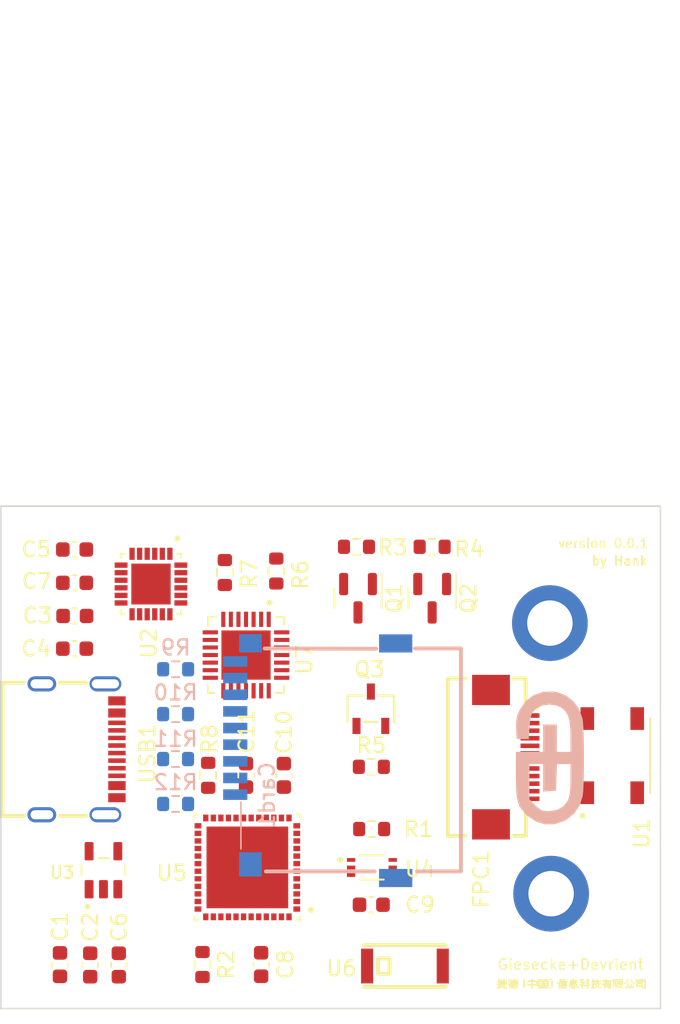
<source format=kicad_pcb>
(kicad_pcb (version 20211014) (generator pcbnew)
  (layers (0 "F.Cu" signal) (31 "B.Cu" signal) (34 "B.Paste" user) (35 "F.Paste" user) (36 "B.SilkS" user "B.Silkscreen") (37 "F.SilkS" user "F.Silkscreen") (38 "B.Mask" user) (39 "F.Mask" user) (44 "Edge.Cuts" user))
  (net 0 "")
  (net 2 "/EN")
  (net 3 "Net-(Q1-Pad2)")
  (net 4 "/RTS")
  (net 5 "/DTR")
  (net 6 "Net-(Q2-Pad2)")
  (net 7 "/GPIO0")
  (net 8 "+5V")
  (net 9 "GND")
  (net 10 "/USB-PWR-DM")
  (net 11 "/USB-PWR-DP")
  (net 12 "/CP_Rx")
  (net 13 "+3V3")
  (net 14 "/3V3A")
  (net 15 "Net-(U2-Pad19)")
  (net 21 "/GPIO25")
  (net 22 "Net-(C5-Pad1)")
  (net 23 "Net-(FPC1-Pad3)")
  (net 24 "/GPIO2{slash}DC")
  (net 25 "/GPIO12")
  (net 26 "/GPIO18{slash}SCK")
  (net 27 "/GPIO26{slash}SD_MISO")
  (net 28 "/GPIO4{slash}RES")
  (net 29 "/FLASH_CS")
  (net 30 "/FLASH_SD0")
  (net 31 "/GPIO9")
  (net 32 "/GPIO10")
  (net 33 "/FLASH_SD2")
  (net 34 "/FLASH_CLK")
  (net 35 "/FLASH_SD3")
  (net 36 "/FLASH_SD1")
  (net 37 "/GPIO15{slash}SD_CS")
  (net 38 "/GPIO13{slash}SD_MOSI")
  (net 39 "/GPIO14{slash}SD_CLK")
  (net 40 "/GPIO19")
  (net 41 "/GPIO22")
  (net 42 "/CP_Tx")
  (net 43 "/GPIO21")
  (net 44 "/GPIO5{slash}LCD_BL")
  (net 45 "Net-(C4-Pad1)")
  (net 46 "Net-(R7-Pad2)")
  (net 47 "Net-(C1-Pad1)")
  (net 48 "/GPIO27{slash}RGB_LED")
  (net 49 "/GPIO33{slash}MPU_SCL{slash}BH_SCL")
  (net 51 "/GPIO32{slash}MPU_SDA{slash}BH_SDA")
  (net 52 "Net-(R6-Pad2)")
  (net 53 "Net-(R1-Pad1)")
  (net 54 "Net-(U5-Pad2)")
  (net 60 "/GPIO23{slash}MOSI")
  (net 81 "Net-(Q3-Pad1)")
  (footprint "Resistor_SMD:R_0603_1608Metric" (layer "F.Cu") (at 127.9 83.4)
    (fp_text reference "R3" (at 2.4 0.05) (layer "F.SilkS"))
    (fp_text value "12k")
    (fp_line (start -0.237258 0.5225) (end 0.237258 0.5225) (layer "F.SilkS") (width 0.12))
    (fp_line (start -0.237258 -0.5225) (end 0.237258 -0.5225) (layer "F.SilkS") (width 0.12))
    (pad "1" smd roundrect (at -0.825 0) (size 0.8 0.95) (layers "F.Cu" "F.Paste" "F.Mask") (net 3 "Net-(Q1-Pad2)"))
    (pad "2" smd roundrect (at 0.825 0) (size 0.8 0.95) (layers "F.Cu" "F.Paste" "F.Mask") (net 5 "/DTR"))
  )
  (footprint "BH1750FVI-TR:XDCR_BH1750FVI-TR" (layer "F.Cu") (at 128.91875 104.589)
    (fp_text reference "U4" (at 3.18125 0.104) (layer "F.SilkS") (effects (font (size 1.001283 1.001283))))
    (fp_text value "BH1750FVI-TR")
    (fp_line (start -0.78 0.8) (end 0.78 0.8) (layer "F.SilkS") (width 0.127))
    (fp_line (start 0.78 -0.8) (end -0.78 -0.8) (layer "F.SilkS") (width 0.127))
    (fp_circle (center -2.1 -0.5) (end -2 -0.5) (layer "F.SilkS") (width 0.2) (fill none))
    (pad "1" smd rect locked (at -1.375 -0.5) (size 0.55 0.25) (layers "F.Cu" "F.Paste" "F.Mask") (net 13 "+3V3"))
    (pad "2" smd rect locked (at -1.375 0) (size 0.55 0.25) (layers "F.Cu" "F.Paste" "F.Mask") (net 9 "GND"))
    (pad "3" smd rect locked (at -1.375 0.5) (size 0.55 0.25) (layers "F.Cu" "F.Paste" "F.Mask") (net 9 "GND"))
    (pad "4" smd rect locked (at 1.375 0.5) (size 0.55 0.25) (layers "F.Cu" "F.Paste" "F.Mask") (net 51 "/GPIO32{slash}MPU_SDA{slash}BH_SDA"))
    (pad "5" smd rect locked (at 1.375 0) (size 0.55 0.25) (layers "F.Cu" "F.Paste" "F.Mask") (net 53 "Net-(R1-Pad1)"))
    (pad "6" smd rect locked (at 1.375 -0.5) (size 0.55 0.25) (layers "F.Cu" "F.Paste" "F.Mask") (net 49 "/GPIO33{slash}MPU_SCL{slash}BH_SCL"))
  )
  (footprint "Capacitor_SMD:C_0603_1608Metric" (layer "F.Cu") (at 121.6 111 90)
    (fp_text reference "C8" (at 0 1.6 90) (layer "F.SilkS"))
    (fp_text value "0.1uF")
    (fp_line (start -0.14058 -0.51) (end 0.14058 -0.51) (layer "F.SilkS") (width 0.12))
    (fp_line (start -0.14058 0.51) (end 0.14058 0.51) (layer "F.SilkS") (width 0.12))
    (pad "1" smd roundrect (at -0.775 0 90) (size 0.9 0.95) (layers "F.Cu" "F.Paste" "F.Mask") (net 2 "/EN"))
    (pad "2" smd roundrect (at 0.775 0 90) (size 0.9 0.95) (layers "F.Cu" "F.Paste" "F.Mask") (net 9 "GND"))
  )
  (footprint "Capacitor_SMD:C_0603_1608Metric" (layer "F.Cu") (at 108.305 111.0075 -90)
    (fp_text reference "C1" (at -2.5 0 90) (layer "F.SilkS"))
    (fp_text value "10nF")
    (fp_line (start -0.14058 0.51) (end 0.14058 0.51) (layer "F.SilkS") (width 0.12))
    (fp_line (start -0.14058 -0.51) (end 0.14058 -0.51) (layer "F.SilkS") (width 0.12))
    (pad "1" smd roundrect (at -0.775 0 270) (size 0.9 0.95) (layers "F.Cu" "F.Paste" "F.Mask") (net 47 "Net-(C1-Pad1)"))
    (pad "2" smd roundrect (at 0.775 0 270) (size 0.9 0.95) (layers "F.Cu" "F.Paste" "F.Mask") (net 9 "GND"))
  )
  (footprint "Resistor_SMD:R_0603_1608Metric" (layer "F.Cu") (at 122.6 85 -90)
    (fp_text reference "R6" (at 0.25 -1.6 90) (layer "F.SilkS"))
    (fp_text value "200R")
    (fp_line (start -0.237258 0.5225) (end 0.237258 0.5225) (layer "F.SilkS") (width 0.12))
    (fp_line (start -0.237258 -0.5225) (end 0.237258 -0.5225) (layer "F.SilkS") (width 0.12))
    (pad "1" smd roundrect (at -0.825 0 270) (size 0.8 0.95) (layers "F.Cu" "F.Paste" "F.Mask") (net 42 "/CP_Tx"))
    (pad "2" smd roundrect (at 0.825 0 270) (size 0.8 0.95) (layers "F.Cu" "F.Paste" "F.Mask") (net 52 "Net-(R6-Pad2)"))
  )
  (footprint "kicad_lceda:ANT-SMD_L5.0-W2.0" (layer "F.Cu") (at 131.1 111.1)
    (fp_text reference "U6" (at -5.29 0.16 180) (layer "F.SilkS") (effects (justify left)))
    (fp_text value "AN2051-245_2.4G全向天线")
    (fp_line (start -1.016 0.508) (end -1.016 -0.32) (layer "F.SilkS") (width 0.254))
    (fp_line (start -2.7 -1.38) (end 2.7 -1.38) (layer "F.SilkS") (width 0.254))
    (fp_line (start -2.7 1.38) (end 2.7 1.38) (layer "F.SilkS") (width 0.254))
    (fp_line (start -1.778 0.508) (end -1.016 0.508) (layer "F.SilkS") (width 0.254))
    (fp_line (start -1.016 -0.32) (end -1.016 -0.508) (layer "F.SilkS") (width 0.254))
    (fp_line (start -1.016 -0.508) (end -1.778 -0.508) (layer "F.SilkS") (width 0.254))
    (fp_line (start -1.778 -0.508) (end -1.778 0.508) (layer "F.SilkS") (width 0.254))
    (pad "1" smd rect locked (at -2.5 0) (size 0.8 2.3) (layers "F.Cu" "F.Paste" "F.Mask") (net 54 "Net-(U5-Pad2)"))
    (pad "2" smd rect locked (at 2.5 0) (size 0.8 2.3) (layers "F.Cu" "F.Paste" "F.Mask"))
  )
  (footprint "Resistor_SMD:R_0603_1608Metric" (layer "F.Cu") (at 128.9 102.05 180)
    (fp_text reference "R1" (at -3.1 0) (layer "F.SilkS"))
    (fp_text value "10k")
    (fp_line (start -0.237258 -0.5225) (end 0.237258 -0.5225) (layer "F.SilkS") (width 0.12))
    (fp_line (start -0.237258 0.5225) (end 0.237258 0.5225) (layer "F.SilkS") (width 0.12))
    (pad "1" smd roundrect (at -0.825 0 180) (size 0.8 0.95) (layers "F.Cu" "F.Paste" "F.Mask") (net 53 "Net-(R1-Pad1)"))
    (pad "2" smd roundrect (at 0.825 0 180) (size 0.8 0.95) (layers "F.Cu" "F.Paste" "F.Mask") (net 13 "+3V3"))
  )
  (footprint "Package_TO_SOT_SMD:SOT-23" (layer "F.Cu") (at 132.9 86.8 -90)
    (fp_text reference "Q2" (at 0 -2.4 90) (layer "F.SilkS"))
    (fp_text value "S8050")
    (fp_line (start 0 -1.56) (end -1.675 -1.56) (layer "F.SilkS") (width 0.12))
    (fp_line (start 0 -1.56) (end 0.65 -1.56) (layer "F.SilkS") (width 0.12))
    (fp_line (start 0 1.56) (end 0.65 1.56) (layer "F.SilkS") (width 0.12))
    (fp_line (start 0 1.56) (end -0.65 1.56) (layer "F.SilkS") (width 0.12))
    (pad "1" smd roundrect (at -0.9375 -0.95 270) (size 1.475 0.6) (layers "F.Cu" "F.Paste" "F.Mask") (net 5 "/DTR"))
    (pad "2" smd roundrect (at -0.9375 0.95 270) (size 1.475 0.6) (layers "F.Cu" "F.Paste" "F.Mask") (net 6 "Net-(Q2-Pad2)"))
    (pad "3" smd roundrect (at 0.9375 0 270) (size 1.475 0.6) (layers "F.Cu" "F.Paste" "F.Mask") (net 7 "/GPIO0"))
  )
  (footprint "Resistor_SMD:R_0603_1608Metric" (layer "F.Cu") (at 132.9 83.4)
    (fp_text reference "R4" (at 2.45 0.15) (layer "F.SilkS"))
    (fp_text value "12k")
    (fp_line (start -0.237258 0.5225) (end 0.237258 0.5225) (layer "F.SilkS") (width 0.12))
    (fp_line (start -0.237258 -0.5225) (end 0.237258 -0.5225) (layer "F.SilkS") (width 0.12))
    (pad "1" smd roundrect (at -0.825 0) (size 0.8 0.95) (layers "F.Cu" "F.Paste" "F.Mask") (net 6 "Net-(Q2-Pad2)"))
    (pad "2" smd roundrect (at 0.825 0) (size 0.8 0.95) (layers "F.Cu" "F.Paste" "F.Mask") (net 4 "/RTS"))
  )
  (footprint "kicad_lceda:SOT-23-3_L2.9-W1.6-P1.90-LS2.9-BL" (layer "F.Cu") (at 128.85 94.1)
    (fp_text reference "Q3" (at -1.19 -2.59) (layer "F.SilkS") (effects (justify left)))
    (fp_text value "AO3415AL")
    (fp_line (start 1.536 -0.876) (end 0.495 -0.876) (layer "F.SilkS") (width 0.152))
    (fp_line (start 1.536 0.876) (end 1.536 -0.876) (layer "F.SilkS") (width 0.152))
    (fp_line (start 0.455 0.876) (end -0.455 0.876) (layer "F.SilkS") (width 0.152))
    (fp_line (start -1.536 -0.876) (end -0.495 -0.876) (layer "F.SilkS") (width 0.152))
    (fp_line (start -1.536 0.876) (end -1.536 -0.876) (layer "F.SilkS") (width 0.152))
    (pad "1" smd rect locked (at -0.95 1.135 270) (size 1.07 0.532) (layers "F.Cu" "F.Paste" "F.Mask") (net 81 "Net-(Q3-Pad1)"))
    (pad "2" smd rect locked (at 0.95 1.135 270) (size 1.07 0.532) (layers "F.Cu" "F.Paste" "F.Mask") (net 13 "+3V3"))
    (pad "3" smd rect locked (at 0 -1.135 270) (size 1.07 0.532) (layers "F.Cu" "F.Paste" "F.Mask") (net 23 "Net-(FPC1-Pad3)"))
  )
  (footprint "Capacitor_SMD:C_0603_1608Metric" (layer "F.Cu") (at 109.27 83.58)
    (fp_text reference "C5" (at -2.5375 0) (layer "F.SilkS"))
    (fp_text value "2.2nF")
    (fp_line (start -0.14058 -0.51) (end 0.14058 -0.51) (layer "F.SilkS") (width 0.12))
    (fp_line (start -0.14058 0.51) (end 0.14058 0.51) (layer "F.SilkS") (width 0.12))
    (pad "1" smd roundrect (at -0.775 0) (size 0.9 0.95) (layers "F.Cu" "F.Paste" "F.Mask") (net 22 "Net-(C5-Pad1)"))
    (pad "2" smd roundrect (at 0.775 0) (size 0.9 0.95) (layers "F.Cu" "F.Paste" "F.Mask") (net 9 "GND"))
  )
  (footprint "ESP32-PICO-D4:PQFN50P700X700X104-49N" (layer "F.Cu") (at 120.69 104.585 180)
    (fp_text reference "U5" (at 4.99 -0.365) (layer "F.SilkS"))
    (fp_text value "ESP32-PICO-D4")
    (fp_line (start 3.5 3.5) (end 3.245 3.5) (layer "F.SilkS") (width 0.127))
    (fp_line (start -3.5 -3.5) (end -3.245 -3.5) (layer "F.SilkS") (width 0.127))
    (fp_line (start -3.5 3.5) (end -3.245 3.5) (layer "F.SilkS") (width 0.127))
    (fp_line (start 3.5 -3.5) (end 3.245 -3.5) (layer "F.SilkS") (width 0.127))
    (fp_line (start -3.5 -3.245) (end -3.5 -3.5) (layer "F.SilkS") (width 0.127))
    (fp_line (start -3.5 3.245) (end -3.5 3.5) (layer "F.SilkS") (width 0.127))
    (fp_line (start 3.5 -3.245) (end 3.5 -3.5) (layer "F.SilkS") (width 0.127))
    (fp_line (start 3.5 3.245) (end 3.5 3.5) (layer "F.SilkS") (width 0.127))
    (fp_circle (center -4.2 -2.8) (end -4.1 -2.8) (layer "F.SilkS") (width 0.2) (fill none))
    (pad "1" smd roundrect locked (at -3.265 -2.75) (size 0.45 0.35) (layers "F.Cu" "F.Paste" "F.Mask") (roundrect_rratio 0.04) (net 14 "/3V3A"))
    (pad "2" smd roundrect locked (at -3.265 -2.25) (size 0.45 0.35) (layers "F.Cu" "F.Paste" "F.Mask") (roundrect_rratio 0.04) (net 54 "Net-(U5-Pad2)"))
    (pad "3" smd roundrect locked (at -3.265 -1.75) (size 0.45 0.35) (layers "F.Cu" "F.Paste" "F.Mask") (roundrect_rratio 0.04) (net 14 "/3V3A"))
    (pad "4" smd roundrect locked (at -3.265 -1.25) (size 0.45 0.35) (layers "F.Cu" "F.Paste" "F.Mask") (roundrect_rratio 0.04) (net 14 "/3V3A"))
    (pad "5" smd roundrect locked (at -3.265 -0.75) (size 0.45 0.35) (layers "F.Cu" "F.Paste" "F.Mask") (roundrect_rratio 0.04))
    (pad "6" smd roundrect locked (at -3.265 -0.25) (size 0.45 0.35) (layers "F.Cu" "F.Paste" "F.Mask") (roundrect_rratio 0.04))
    (pad "7" smd roundrect locked (at -3.265 0.25) (size 0.45 0.35) (layers "F.Cu" "F.Paste" "F.Mask") (roundrect_rratio 0.04))
    (pad "8" smd roundrect locked (at -3.265 0.75) (size 0.45 0.35) (layers "F.Cu" "F.Paste" "F.Mask") (roundrect_rratio 0.04))
    (pad "9" smd roundrect locked (at -3.265 1.25) (size 0.45 0.35) (layers "F.Cu" "F.Paste" "F.Mask") (roundrect_rratio 0.04) (net 2 "/EN"))
    (pad "10" smd roundrect locked (at -3.265 1.75) (size 0.45 0.35) (layers "F.Cu" "F.Paste" "F.Mask") (roundrect_rratio 0.04))
    (pad "11" smd roundrect locked (at -3.265 2.25) (size 0.45 0.35) (layers "F.Cu" "F.Paste" "F.Mask") (roundrect_rratio 0.04))
    (pad "12" smd roundrect locked (at -3.265 2.75) (size 0.45 0.35) (layers "F.Cu" "F.Paste" "F.Mask") (roundrect_rratio 0.04) (net 51 "/GPIO32{slash}MPU_SDA{slash}BH_SDA"))
    (pad "13" smd roundrect locked (at -2.75 3.265 90) (size 0.45 0.35) (layers "F.Cu" "F.Paste" "F.Mask") (roundrect_rratio 0.04) (net 49 "/GPIO33{slash}MPU_SCL{slash}BH_SCL"))
    (pad "14" smd roundrect locked (at -2.25 3.265 90) (size 0.45 0.35) (layers "F.Cu" "F.Paste" "F.Mask") (roundrect_rratio 0.04) (net 21 "/GPIO25"))
    (pad "15" smd roundrect locked (at -1.75 3.265 90) (size 0.45 0.35) (layers "F.Cu" "F.Paste" "F.Mask") (roundrect_rratio 0.04) (net 27 "/GPIO26{slash}SD_MISO"))
    (pad "16" smd roundrect locked (at -1.25 3.265 90) (size 0.45 0.35) (layers "F.Cu" "F.Paste" "F.Mask") (roundrect_rratio 0.04) (net 48 "/GPIO27{slash}RGB_LED"))
    (pad "17" smd roundrect locked (at -0.75 3.265 90) (size 0.45 0.35) (layers "F.Cu" "F.Paste" "F.Mask") (roundrect_rratio 0.04) (net 39 "/GPIO14{slash}SD_CLK"))
    (pad "18" smd roundrect locked (at -0.25 3.265 90) (size 0.45 0.35) (layers "F.Cu" "F.Paste" "F.Mask") (roundrect_rratio 0.04) (net 25 "/GPIO12"))
    (pad "19" smd roundrect locked (at 0.25 3.265 90) (size 0.45 0.35) (layers "F.Cu" "F.Paste" "F.Mask") (roundrect_rratio 0.04) (net 14 "/3V3A"))
    (pad "20" smd roundrect locked (at 0.75 3.265 90) (size 0.45 0.35) (layers "F.Cu" "F.Paste" "F.Mask") (roundrect_rratio 0.04) (net 38 "/GPIO13{slash}SD_MOSI"))
    (pad "21" smd roundrect locked (at 1.25 3.265 90) (size 0.45 0.35) (layers "F.Cu" "F.Paste" "F.Mask") (roundrect_rratio 0.04) (net 37 "/GPIO15{slash}SD_CS"))
    (pad "22" smd roundrect locked (at 1.75 3.265 90) (size 0.45 0.35) (layers "F.Cu" "F.Paste" "F.Mask") (roundrect_rratio 0.04) (net 24 "/GPIO2{slash}DC"))
    (pad "23" smd roundrect locked (at 2.25 3.265 90) (size 0.45 0.35) (layers "F.Cu" "F.Paste" "F.Mask") (roundrect_rratio 0.04) (net 7 "/GPIO0"))
    (pad "24" smd roundrect locked (at 2.75 3.265 90) (size 0.45 0.35) (layers "F.Cu" "F.Paste" "F.Mask") (roundrect_rratio 0.04) (net 28 "/GPIO4{slash}RES"))
    (pad "25" smd roundrect locked (at 3.265 2.75 180) (size 0.45 0.35) (layers "F.Cu" "F.Paste" "F.Mask") (roundrect_rratio 0.04) (net 29 "/FLASH_CS"))
    (pad "26" smd roundrect locked (at 3.265 2.25 180) (size 0.45 0.35) (layers "F.Cu" "F.Paste" "F.Mask") (roundrect_rratio 0.04))
    (pad "27" smd roundrect locked (at 3.265 1.75 180) (size 0.45 0.35) (layers "F.Cu" "F.Paste" "F.Mask") (roundrect_rratio 0.04) (net 30 "/FLASH_SD0"))
    (pad "28" smd roundrect locked (at 3.265 1.25 180) (size 0.45 0.35) (layers "F.Cu" "F.Paste" "F.Mask") (roundrect_rratio 0.04) (net 31 "/GPIO9"))
    (pad "29" smd roundrect locked (at 3.265 0.75 180) (size 0.45 0.35) (layers "F.Cu" "F.Paste" "F.Mask") (roundrect_rratio 0.04) (net 32 "/GPIO10"))
    (pad "30" smd roundrect locked (at 3.265 0.25 180) (size 0.45 0.35) (layers "F.Cu" "F.Paste" "F.Mask") (roundrect_rratio 0.04) (net 33 "/FLASH_SD2"))
    (pad "31" smd roundrect locked (at 3.265 -0.25 180) (size 0.45 0.35) (layers "F.Cu" "F.Paste" "F.Mask") (roundrect_rratio 0.04) (net 34 "/FLASH_CLK"))
    (pad "32" smd roundrect locked (at 3.265 -0.75 180) (size 0.45 0.35) (layers "F.Cu" "F.Paste" "F.Mask") (roundrect_rratio 0.04) (net 35 "/FLASH_SD3"))
    (pad "33" smd roundrect locked (at 3.265 -1.25 180) (size 0.45 0.35) (layers "F.Cu" "F.Paste" "F.Mask") (roundrect_rratio 0.04) (net 36 "/FLASH_SD1"))
    (pad "34" smd roundrect locked (at 3.265 -1.75 180) (size 0.45 0.35) (layers "F.Cu" "F.Paste" "F.Mask") (roundrect_rratio 0.04) (net 44 "/GPIO5{slash}LCD_BL"))
    (pad "35" smd roundrect locked (at 3.265 -2.25 180) (size 0.45 0.35) (layers "F.Cu" "F.Paste" "F.Mask") (roundrect_rratio 0.04) (net 26 "/GPIO18{slash}SCK"))
    (pad "36" smd roundrect locked (at 3.265 -2.75 180) (size 0.45 0.35) (layers "F.Cu" "F.Paste" "F.Mask") (roundrect_rratio 0.04) (net 60 "/GPIO23{slash}MOSI"))
    (pad "37" smd roundrect locked (at 2.75 -3.265 270) (size 0.45 0.35) (layers "F.Cu" "F.Paste" "F.Mask") (roundrect_rratio 0.04) (net 14 "/3V3A"))
    (pad "38" smd roundrect locked (at 2.25 -3.265 270) (size 0.45 0.35) (layers "F.Cu" "F.Paste" "F.Mask") (roundrect_rratio 0.04) (net 40 "/GPIO19"))
    (pad "39" smd roundrect locked (at 1.75 -3.265 270) (size 0.45 0.35) (layers "F.Cu" "F.Paste" "F.Mask") (roundrect_rratio 0.04) (net 41 "/GPIO22"))
    (pad "40" smd roundrect locked (at 1.25 -3.265 270) (size 0.45 0.35) (layers "F.Cu" "F.Paste" "F.Mask") (roundrect_rratio 0.04) (net 42 "/CP_Tx"))
    (pad "41" smd roundrect locked (at 0.75 -3.265 270) (size 0.45 0.35) (layers "F.Cu" "F.Paste" "F.Mask") (roundrect_rratio 0.04) (net 12 "/CP_Rx"))
    (pad "42" smd roundrect locked (at 0.25 -3.265 270) (size 0.45 0.35) (layers "F.Cu" "F.Paste" "F.Mask") (roundrect_rratio 0.04) (net 43 "/GPIO21"))
    (pad "43" smd roundrect locked (at -0.25 -3.265 270) (size 0.45 0.35) (layers "F.Cu" "F.Paste" "F.Mask") (roundrect_rratio 0.04) (net 14 "/3V3A"))
    (pad "44" smd roundrect locked (at -0.75 -3.265 270) (size 0.45 0.35) (layers "F.Cu" "F.Paste" "F.Mask") (roundrect_rratio 0.04))
    (pad "45" smd roundrect locked (at -1.25 -3.265 270) (size 0.45 0.35) (layers "F.Cu" "F.Paste" "F.Mask") (roundrect_rratio 0.04))
    (pad "46" smd roundrect locked (at -1.75 -3.265 270) (size 0.45 0.35) (layers "F.Cu" "F.Paste" "F.Mask") (roundrect_rratio 0.04) (net 14 "/3V3A"))
    (pad "47" smd roundrect locked (at -2.25 -3.265 270) (size 0.45 0.35) (layers "F.Cu" "F.Paste" "F.Mask") (roundrect_rratio 0.04))
    (pad "48" smd roundrect locked (at -2.75 -3.265 270) (size 0.45 0.35) (layers "F.Cu" "F.Paste" "F.Mask") (roundrect_rratio 0.04))
    (pad "49" smd rect locked (at 0 0 180) (size 5.4 5.4) (layers "F.Cu" "F.Mask") (net 9 "GND"))
  )
  (footprint "Capacitor_SMD:C_0603_1608Metric" (layer "F.Cu") (at 128.875 107.05 180)
    (fp_text reference "C9" (at -3.225 0) (layer "F.SilkS"))
    (fp_text value "0.1uF")
    (fp_line (start -0.14058 0.51) (end 0.14058 0.51) (layer "F.SilkS") (width 0.12))
    (fp_line (start -0.14058 -0.51) (end 0.14058 -0.51) (layer "F.SilkS") (width 0.12))
    (pad "1" smd roundrect (at -0.775 0 180) (size 0.9 0.95) (layers "F.Cu" "F.Paste" "F.Mask") (net 13 "+3V3"))
    (pad "2" smd roundrect (at 0.775 0 180) (size 0.9 0.95) (layers "F.Cu" "F.Paste" "F.Mask") (net 9 "GND"))
  )
  (footprint "Capacitor_SMD:C_0603_1608Metric" (layer "F.Cu") (at 110.305 111.03 90)
    (fp_text reference "C2" (at 2.5 0 90) (layer "F.SilkS"))
    (fp_text value "0.1uF")
    (fp_line (start -0.14058 0.51) (end 0.14058 0.51) (layer "F.SilkS") (width 0.12))
    (fp_line (start -0.14058 -0.51) (end 0.14058 -0.51) (layer "F.SilkS") (width 0.12))
    (pad "1" smd roundrect (at -0.775 0 90) (size 0.9 0.95) (layers "F.Cu" "F.Paste" "F.Mask") (net 9 "GND"))
    (pad "2" smd roundrect (at 0.775 0 90) (size 0.9 0.95) (layers "F.Cu" "F.Paste" "F.Mask") (net 13 "+3V3"))
  )
  (footprint "Resistor_SMD:R_0603_1608Metric" (layer "F.Cu") (at 128.88125 97.937)
    (fp_text reference "R5" (at 0 -1.43) (layer "F.SilkS"))
    (fp_text value "1k")
    (fp_line (start -0.237258 -0.5225) (end 0.237258 -0.5225) (layer "F.SilkS") (width 0.12))
    (fp_line (start -0.237258 0.5225) (end 0.237258 0.5225) (layer "F.SilkS") (width 0.12))
    (pad "1" smd roundrect (at -0.825 0) (size 0.8 0.95) (layers "F.Cu" "F.Paste" "F.Mask") (net 81 "Net-(Q3-Pad1)"))
    (pad "2" smd roundrect (at 0.825 0) (size 0.8 0.95) (layers "F.Cu" "F.Paste" "F.Mask") (net 44 "/GPIO5{slash}LCD_BL"))
  )
  (footprint "Capacitor_SMD:C_0603_1608Metric" (layer "F.Cu") (at 109.289167 87.969334)
    (fp_text reference "C3" (at -2.47 -0.024) (layer "F.SilkS"))
    (fp_text value "0.1uF")
    (fp_line (start -0.14058 -0.51) (end 0.14058 -0.51) (layer "F.SilkS") (width 0.12))
    (fp_line (start -0.14058 0.51) (end 0.14058 0.51) (layer "F.SilkS") (width 0.12))
    (pad "1" smd roundrect (at -0.775 0) (size 0.9 0.95) (layers "F.Cu" "F.Paste" "F.Mask") (net 13 "+3V3"))
    (pad "2" smd roundrect (at 0.775 0) (size 0.9 0.95) (layers "F.Cu" "F.Paste" "F.Mask") (net 9 "GND"))
  )
  (footprint "Capacitor_SMD:C_0603_1608Metric" (layer "F.Cu") (at 109.27 85.78)
    (fp_text reference "C7" (at -2.5035 -0.11) (layer "F.SilkS"))
    (fp_text value "10nF")
    (fp_line (start -0.14058 0.51) (end 0.14058 0.51) (layer "F.SilkS") (width 0.12))
    (fp_line (start -0.14058 -0.51) (end 0.14058 -0.51) (layer "F.SilkS") (width 0.12))
    (pad "1" smd roundrect (at -0.775 0) (size 0.9 0.95) (layers "F.Cu" "F.Paste" "F.Mask") (net 13 "+3V3"))
    (pad "2" smd roundrect (at 0.775 0) (size 0.9 0.95) (layers "F.Cu" "F.Paste" "F.Mask") (net 9 "GND"))
  )
  (footprint "Capacitor_SMD:C_0603_1608Metric" (layer "F.Cu") (at 112.195 111.03 90)
    (fp_text reference "C6" (at 2.5 0.01 90) (layer "F.SilkS"))
    (fp_text value "10uF")
    (fp_line (start -0.14058 -0.51) (end 0.14058 -0.51) (layer "F.SilkS") (width 0.12))
    (fp_line (start -0.14058 0.51) (end 0.14058 0.51) (layer "F.SilkS") (width 0.12))
    (pad "1" smd roundrect (at -0.775 0 90) (size 0.9 0.95) (layers "F.Cu" "F.Paste" "F.Mask") (net 9 "GND"))
    (pad "2" smd roundrect (at 0.775 0 90) (size 0.9 0.95) (layers "F.Cu" "F.Paste" "F.Mask") (net 13 "+3V3"))
  )
  (footprint "Resistor_SMD:R_0603_1608Metric" (layer "F.Cu") (at 118.1 98.5 90)
    (fp_text reference "R8" (at 2.4 0.1 90) (layer "F.SilkS"))
    (fp_text value "0")
    (fp_line (start -0.237258 0.5225) (end 0.237258 0.5225) (layer "F.SilkS") (width 0.12))
    (fp_line (start -0.237258 -0.5225) (end 0.237258 -0.5225) (layer "F.SilkS") (width 0.12))
    (pad "1" smd roundrect (at -0.825 0 90) (size 0.8 0.95) (layers "F.Cu" "F.Paste" "F.Mask") (net 13 "+3V3"))
    (pad "2" smd roundrect (at 0.825 0 90) (size 0.8 0.95) (layers "F.Cu" "F.Paste" "F.Mask") (net 14 "/3V3A"))
  )
  (footprint "WS2812B-B:LED_WS2812B-B" (layer "F.Cu") (at 144.8 97.2 90)
    (fp_text reference "U1" (at -5.15 1.95 90) (layer "F.SilkS"))
    (fp_text value "WS2812B-B")
    (fp_line (start 2.5 -2.5) (end -2.5 -2.5) (layer "F.SilkS") (width 0.127))
    (fp_line (start 2.5 2.5) (end -2.5 2.5) (layer "F.SilkS") (width 0.127))
    (fp_circle (center -3.97 -1.95) (end -3.87 -1.95) (layer "F.SilkS") (width 0.2) (fill none))
    (pad "1" smd rect locked (at -2.45 -1.65 90) (size 1.5 0.9) (layers "F.Cu" "F.Paste" "F.Mask") (net 8 "+5V"))
    (pad "2" smd rect locked (at -2.45 1.65 90) (size 1.5 0.9) (layers "F.Cu" "F.Paste" "F.Mask"))
    (pad "3" smd rect locked (at 2.45 1.65 270) (size 1.5 0.9) (layers "F.Cu" "F.Paste" "F.Mask") (net 9 "GND"))
    (pad "4" smd rect locked (at 2.45 -1.65 270) (size 1.5 0.9) (layers "F.Cu" "F.Paste" "F.Mask") (net 48 "/GPIO27{slash}RGB_LED"))
  )
  (footprint "Package_TO_SOT_SMD:SOT-23" (layer "F.Cu") (at 128 86.8 -90)
    (fp_text reference "Q1" (at 0 -2.4 90) (layer "F.SilkS"))
    (fp_text value "S8050")
    (fp_line (start 0 -1.56) (end -1.675 -1.56) (layer "F.SilkS") (width 0.12))
    (fp_line (start 0 1.56) (end -0.65 1.56) (layer "F.SilkS") (width 0.12))
    (fp_line (start 0 -1.56) (end 0.65 -1.56) (layer "F.SilkS") (width 0.12))
    (fp_line (start 0 1.56) (end 0.65 1.56) (layer "F.SilkS") (width 0.12))
    (pad "1" smd roundrect (at -0.9375 -0.95 270) (size 1.475 0.6) (layers "F.Cu" "F.Paste" "F.Mask") (net 4 "/RTS"))
    (pad "2" smd roundrect (at -0.9375 0.95 270) (size 1.475 0.6) (layers "F.Cu" "F.Paste" "F.Mask") (net 3 "Net-(Q1-Pad2)"))
    (pad "3" smd roundrect (at 0.9375 0 270) (size 1.475 0.6) (layers "F.Cu" "F.Paste" "F.Mask") (net 2 "/EN"))
  )
  (footprint "Capacitor_SMD:C_0603_1608Metric" (layer "F.Cu") (at 123.1 98.5 90)
    (fp_text reference "C10" (at 2.85 0 90) (layer "F.SilkS"))
    (fp_text value "0.1uF")
    (fp_line (start -0.14058 0.51) (end 0.14058 0.51) (layer "F.SilkS") (width 0.12))
    (fp_line (start -0.14058 -0.51) (end 0.14058 -0.51) (layer "F.SilkS") (width 0.12))
    (pad "1" smd roundrect (at -0.775 0 90) (size 0.9 0.95) (layers "F.Cu" "F.Paste" "F.Mask") (net 14 "/3V3A"))
    (pad "2" smd roundrect (at 0.775 0 90) (size 0.9 0.95) (layers "F.Cu" "F.Paste" "F.Mask") (net 9 "GND"))
  )
  (footprint "Capacitor_SMD:C_0603_1608Metric" (layer "F.Cu") (at 109.27 90.13)
    (fp_text reference "C4" (at -2.5375 0) (layer "F.SilkS"))
    (fp_text value "0.1uF")
    (fp_line (start -0.14058 -0.51) (end 0.14058 -0.51) (layer "F.SilkS") (width 0.12))
    (fp_line (start -0.14058 0.51) (end 0.14058 0.51) (layer "F.SilkS") (width 0.12))
    (pad "1" smd roundrect (at -0.775 0) (size 0.9 0.95) (layers "F.Cu" "F.Paste" "F.Mask") (net 45 "Net-(C4-Pad1)"))
    (pad "2" smd roundrect (at 0.775 0) (size 0.9 0.95) (layers "F.Cu" "F.Paste" "F.Mask") (net 9 "GND"))
  )
  (footprint "Resistor_SMD:R_0603_1608Metric" (layer "F.Cu") (at 117.722 111 90)
    (fp_text reference "R2" (at 0 1.578 90) (layer "F.SilkS"))
    (fp_text value "10k")
    (fp_line (start -0.237258 -0.5225) (end 0.237258 -0.5225) (layer "F.SilkS") (width 0.12))
    (fp_line (start -0.237258 0.5225) (end 0.237258 0.5225) (layer "F.SilkS") (width 0.12))
    (pad "1" smd roundrect (at -0.825 0 90) (size 0.8 0.95) (layers "F.Cu" "F.Paste" "F.Mask") (net 13 "+3V3"))
    (pad "2" smd roundrect (at 0.825 0 90) (size 0.8 0.95) (layers "F.Cu" "F.Paste" "F.Mask") (net 2 "/EN"))
  )
  (footprint "Resistor_SMD:R_0603_1608Metric" (layer "F.Cu") (at 119.2 85.1 -90)
    (fp_text reference "R7" (at 0.1 -1.6 90) (layer "F.SilkS"))
    (fp_text value "10k")
    (fp_line (start -0.237258 0.5225) (end 0.237258 0.5225) (layer "F.SilkS") (width 0.12))
    (fp_line (start -0.237258 -0.5225) (end 0.237258 -0.5225) (layer "F.SilkS") (width 0.12))
    (pad "1" smd roundrect (at -0.825 0 270) (size 0.8 0.95) (layers "F.Cu" "F.Paste" "F.Mask") (net 8 "+5V"))
    (pad "2" smd roundrect (at 0.825 0 270) (size 0.8 0.95) (layers "F.Cu" "F.Paste" "F.Mask") (net 46 "Net-(R7-Pad2)"))
  )
  (footprint "LP2992IM5-3:SOT95P280X145-5N" (layer "F.Cu") (at 111.18 104.77 90)
    (fp_text reference "U3" (at -0.15 -2.73 180) (layer "F.SilkS") (effects (font (size 0.8 0.8))))
    (fp_text value "LP2992IM5-3.3")
    (fp_line (start -0.33 -1.45) (end 0.33 -1.45) (layer "F.SilkS") (width 0.127))
    (fp_line (start 0.8 -0.335) (end 0.8 0.335) (layer "F.SilkS") (width 0.127))
    (fp_line (start 0.33 1.45) (end -0.33 1.45) (layer "F.SilkS") (width 0.127))
    (fp_circle (center -2.41 -1.05) (end -2.31 -1.05) (layer "F.SilkS") (width 0.2) (fill none))
    (pad "1" smd roundrect locked (at -1.255 -0.95 90) (size 1.21 0.59) (layers "F.Cu" "F.Paste" "F.Mask") (roundrect_rratio 0.15) (net 8 "+5V"))
    (pad "2" smd roundrect locked (at -1.255 0 90) (size 1.21 0.59) (layers "F.Cu" "F.Paste" "F.Mask") (roundrect_rratio 0.15) (net 9 "GND"))
    (pad "3" smd roundrect locked (at -1.255 0.95 90) (size 1.21 0.59) (layers "F.Cu" "F.Paste" "F.Mask") (roundrect_rratio 0.15) (net 8 "+5V"))
    (pad "4" smd roundrect locked (at 1.255 0.95 90) (size 1.21 0.59) (layers "F.Cu" "F.Paste" "F.Mask") (roundrect_rratio 0.15) (net 47 "Net-(C1-Pad1)"))
    (pad "5" smd roundrect locked (at 1.255 -0.95 90) (size 1.21 0.59) (layers "F.Cu" "F.Paste" "F.Mask") (roundrect_rratio 0.15) (net 13 "+3V3"))
  )
  (footprint "Capacitor_SMD:C_0603_1608Metric" (layer "F.Cu") (at 120.6 98.5 90)
    (fp_text reference "C11" (at 2.895 0.04 90) (layer "F.SilkS"))
    (fp_text value "10uF")
    (fp_line (start -0.14058 0.51) (end 0.14058 0.51) (layer "F.SilkS") (width 0.12))
    (fp_line (start -0.14058 -0.51) (end 0.14058 -0.51) (layer "F.SilkS") (width 0.12))
    (pad "1" smd roundrect (at -0.775 0 90) (size 0.9 0.95) (layers "F.Cu" "F.Paste" "F.Mask") (net 14 "/3V3A"))
    (pad "2" smd roundrect (at 0.775 0 90) (size 0.9 0.95) (layers "F.Cu" "F.Paste" "F.Mask") (net 9 "GND"))
  )
  (footprint "kicad_lceda:FPC-SMD_12P-P0.50_FPC-05F-12PH20" (layer "F.Cu") (at 138.0755 97.3 -90)
    (fp_text reference "FPC1" (at 6.075 1.9255 90) (layer "F.SilkS") (effects (justify right)))
    (fp_text value "FPC-05F-12PH20")
    (fp_line (start 5.2 4.137) (end 5.2 2.993) (layer "F.SilkS") (width 0.254))
    (fp_line (start 5.2 -1.016) (end 3.131 -1.016) (layer "F.SilkS") (width 0.254))
    (fp_line (start -5.2 -1) (end -3.131 -1) (layer "F.SilkS") (width 0.254))
    (fp_line (start -5.2 4.137) (end -5.2 2.993) (layer "F.SilkS") (width 0.254))
    (fp_line (start 5.2 -0.194) (end 5.2 -1.016) (layer "F.SilkS") (width 0.254))
    (fp_line (start -5.2 -0.194) (end -5.2 -1) (layer "F.SilkS") (width 0.254))
    (fp_line (start -5.2 4.137) (end 5.2 4.137) (layer "F.SilkS") (width 0.254))
    (fp_circle (center -3.327 -1.651) (end -3.2 -1.651) (layer "F.SilkS") (width 0.254) (fill none))
    (pad "1" smd rect locked (at -2.75 -1.288 270) (size 0.3 1.25) (layers "F.Cu" "F.Paste" "F.Mask") (net 9 "GND"))
    (pad "2" smd rect locked (at -2.25 -1.288 270) (size 0.3 1.25) (layers "F.Cu" "F.Paste" "F.Mask") (net 9 "GND"))
    (pad "3" smd rect locked (at -1.75 -1.288 270) (size 0.3 1.25) (layers "F.Cu" "F.Paste" "F.Mask") (net 23 "Net-(FPC1-Pad3)"))
    (pad "4" smd rect locked (at -1.25 -1.288 270) (size 0.3 1.25) (layers "F.Cu" "F.Paste" "F.Mask") (net 13 "+3V3"))
    (pad "5" smd rect locked (at -0.75 -1.288 270) (size 0.3 1.25) (layers "F.Cu" "F.Paste" "F.Mask") (net 9 "GND"))
    (pad "6" smd rect locked (at -0.25 -1.288 270) (size 0.3 1.25) (layers "F.Cu" "F.Paste" "F.Mask") (net 9 "GND"))
    (pad "7" smd rect locked (at 0.25 -1.288 270) (size 0.3 1.25) (layers "F.Cu" "F.Paste" "F.Mask") (net 24 "/GPIO2{slash}DC"))
    (pad "8" smd rect locked (at 0.75 -1.288 270) (size 0.3 1.25) (layers "F.Cu" "F.Paste" "F.Mask") (net 9 "GND"))
    (pad "9" smd rect locked (at 1.25 -1.288 270) (size 0.3 1.25) (layers "F.Cu" "F.Paste" "F.Mask") (net 26 "/GPIO18{slash}SCK"))
    (pad "10" smd rect locked (at 1.75 -1.288 270) (size 0.3 1.25) (layers "F.Cu" "F.Paste" "F.Mask") (net 27 "/GPIO26{slash}SD_MISO"))
    (pad "11" smd rect locked (at 2.25 -1.288 270) (size 0.3 1.25) (layers "F.Cu" "F.Paste" "F.Mask") (net 28 "/GPIO4{slash}RES"))
    (pad "12" smd rect locked (at 2.75 -1.288 270) (size 0.3 1.25) (layers "F.Cu" "F.Paste" "F.Mask") (net 9 "GND"))
    (pad "13" smd rect locked (at 4.44 1.288 270) (size 2 2.5) (layers "F.Cu" "F.Paste" "F.Mask"))
    (pad "14" smd rect locked (at -4.44 1.288 270) (size 2 2.5) (layers "F.Cu" "F.Paste" "F.Mask"))
  )
  (footprint "MPU6050:IC_MPU6050" (layer "F.Cu") (at 114.32 85.86 -90)
    (fp_text reference "U2" (at 3.9075 0.14 90) (layer "F.SilkS"))
    (fp_text value "MPU6050")
    (fp_line (start 2 -2) (end 2 -1.7385) (layer "F.SilkS") (width 0.127))
    (fp_line (start 2 2) (end 1.7385 2) (layer "F.SilkS") (width 0.127))
    (fp_line (start -1.7385 2) (end -2 2) (layer "F.SilkS") (width 0.127))
    (fp_line (start -2 -2) (end -1.7385 -2) (layer "F.SilkS") (width 0.127))
    (fp_line (start 2 1.7385) (end 2 2) (layer "F.SilkS") (width 0.127))
    (fp_line (start -2 -1.7385) (end -2 -2) (layer "F.SilkS") (width 0.127))
    (fp_line (start -2 2) (end -2 1.7385) (layer "F.SilkS") (width 0.127))
    (fp_line (start 1.7385 -2) (end 2 -2) (layer "F.SilkS") (width 0.127))
    (fp_circle (center -3 -1.75) (end -2.9 -1.75) (layer "F.SilkS") (width 0.2) (fill none))
    (pad "1" smd roundrect locked (at -2 -1.25 270) (size 0.8 0.35) (layers "F.Cu" "F.Paste" "F.Mask") (roundrect_rratio 0.04) (net 9 "GND"))
    (pad "2" smd roundrect locked (at -2 -0.75 270) (size 0.8 0.35) (layers "F.Cu" "F.Paste" "F.Mask") (roundrect_rratio 0.04))
    (pad "3" smd roundrect locked (at -2 -0.25 270) (size 0.8 0.35) (layers "F.Cu" "F.Paste" "F.Mask") (roundrect_rratio 0.04))
    (pad "4" smd roundrect locked (at -2 0.25 270) (size 0.8 0.35) (layers "F.Cu" "F.Paste" "F.Mask") (roundrect_rratio 0.04))
    (pad "5" smd roundrect locked (at -2 0.75 270) (size 0.8 0.35) (layers "F.Cu" "F.Paste" "F.Mask") (roundrect_rratio 0.04))
    (pad "6" smd roundrect locked (at -2 1.25 270) (size 0.8 0.35) (layers "F.Cu" "F.Paste" "F.Mask") (roundrect_rratio 0.04))
    (pad "7" smd roundrect locked (at -1.25 1.975) (size 0.85 0.35) (layers "F.Cu" "F.Paste" "F.Mask") (roundrect_rratio 0.04))
    (pad "8" smd roundrect locked (at -0.75 1.975) (size 0.85 0.35) (layers "F.Cu" "F.Paste" "F.Mask") (roundrect_rratio 0.04) (net 13 "+3V3"))
    (pad "9" smd roundrect locked (at -0.25 1.975) (size 0.85 0.35) (layers "F.Cu" "F.Paste" "F.Mask") (roundrect_rratio 0.04) (net 9 "GND"))
    (pad "10" smd roundrect locked (at 0.25 1.975) (size 0.85 0.35) (layers "F.Cu" "F.Paste" "F.Mask") (roundrect_rratio 0.04) (net 45 "Net-(C4-Pad1)"))
    (pad "11" smd roundrect locked (at 0.75 1.975) (size 0.85 0.35) (layers "F.Cu" "F.Paste" "F.Mask") (roundrect_rratio 0.04) (net 9 "GND"))
    (pad "12" smd roundrect locked (at 1.25 1.975) (size 0.85 0.35) (layers "F.Cu" "F.Paste" "F.Mask") (roundrect_rratio 0.04))
    (pad "13" smd roundrect locked (at 2 1.25 90) (size 0.8 0.35) (layers "F.Cu" "F.Paste" "F.Mask") (roundrect_rratio 0.04) (net 13 "+3V3"))
    (pad "14" smd roundrect locked (at 2 0.75 90) (size 0.8 0.35) (layers "F.Cu" "F.Paste" "F.Mask") (roundrect_rratio 0.04))
    (pad "15" smd roundrect locked (at 2 0.25 90) (size 0.8 0.35) (layers "F.Cu" "F.Paste" "F.Mask") (roundrect_rratio 0.04))
    (pad "16" smd roundrect locked (at 2 -0.25 90) (size 0.8 0.35) (layers "F.Cu" "F.Paste" "F.Mask") (roundrect_rratio 0.04))
    (pad "17" smd roundrect locked (at 2 -0.75 90) (size 0.8 0.35) (layers "F.Cu" "F.Paste" "F.Mask") (roundrect_rratio 0.04))
    (pad "18" smd roundrect locked (at 2 -1.25 90) (size 0.8 0.35) (layers "F.Cu" "F.Paste" "F.Mask") (roundrect_rratio 0.04) (net 9 "GND"))
    (pad "19" smd roundrect locked (at 1.25 -1.975 180) (size 0.85 0.35) (layers "F.Cu" "F.Paste" "F.Mask") (roundrect_rratio 0.04) (net 15 "Net-(U2-Pad19)"))
    (pad "20" smd roundrect locked (at 0.75 -1.975 180) (size 0.85 0.35) (layers "F.Cu" "F.Paste" "F.Mask") (roundrect_rratio 0.04) (net 22 "Net-(C5-Pad1)"))
    (pad "21" smd roundrect locked (at 0.25 -1.975 180) (size 0.85 0.35) (layers "F.Cu" "F.Paste" "F.Mask") (roundrect_rratio 0.04) (net 15 "Net-(U2-Pad19)"))
    (pad "22" smd roundrect locked (at -0.25 -1.975 180) (size 0.85 0.35) (layers "F.Cu" "F.Paste" "F.Mask") (roundrect_rratio 0.04))
    (pad "23" smd roundrect locked (at -0.75 -1.975 180) (size 0.85 0.35) (layers "F.Cu" "F.Paste" "F.Mask") (roundrect_rratio 0.04) (net 49 "/GPIO33{slash}MPU_SCL{slash}BH_SCL"))
    (pad "24" smd roundrect locked (at -1.25 -1.975 180) (size 0.85 0.35) (layers "F.Cu" "F.Paste" "F.Mask") (roundrect_rratio 0.04) (net 51 "/GPIO32{slash}MPU_SDA{slash}BH_SDA"))
    (pad "25" smd rect locked (at 0 0 270) (size 2.7 2.6) (layers "F.Cu" "F.Mask"))
  )
  (footprint "CP2102N-A01-GQFN28:QFN50P500X500X80-29N" (layer "F.Cu") (at 120.6 90.5525 -90)
    (fp_text reference "U7" (at 0.2875 -3.86 90) (layer "F.SilkS"))
    (fp_text value "CP2102N-A01-GQFN28")
    (fp_line (start -2 -2.5) (end -2.5 -2.5) (layer "F.SilkS") (width 0.127))
    (fp_line (start 2 -2.5) (end 2.5 -2.5) (layer "F.SilkS") (width 0.127))
    (fp_line (start 2.5 2.5) (end 2 2.5) (layer "F.SilkS") (width 0.127))
    (fp_line (start -2.5 2.5) (end -1.95 2.5) (layer "F.SilkS") (width 0.127))
    (fp_line (start -2.5 2) (end -2.5 2.5) (layer "F.SilkS") (width 0.127))
    (fp_line (start 2.5 2.1) (end 2.5 2.5) (layer "F.SilkS") (width 0.127))
    (fp_line (start -2.5 -2.5) (end -2.5 -1.95) (layer "F.SilkS") (width 0.127))
    (fp_line (start 2.5 -2.5) (end 2.5 -1.95) (layer "F.SilkS") (width 0.127))
    (fp_circle (center -3.45 -1.55) (end -3.35 -1.55) (layer "F.SilkS") (width 0.2) (fill none))
    (pad "1" smd roundrect locked (at -2.36 -1.5 270) (size 1.01 0.27) (layers "F.Cu" "F.Paste" "F.Mask") (roundrect_rratio 0.07))
    (pad "2" smd roundrect locked (at -2.36 -1 270) (size 1.01 0.27) (layers "F.Cu" "F.Paste" "F.Mask") (roundrect_rratio 0.07))
    (pad "3" smd roundrect locked (at -2.36 -0.5 270) (size 1.01 0.27) (layers "F.Cu" "F.Paste" "F.Mask") (roundrect_rratio 0.07) (net 9 "GND"))
    (pad "4" smd roundrect locked (at -2.36 0 270) (size 1.01 0.27) (layers "F.Cu" "F.Paste" "F.Mask") (roundrect_rratio 0.07) (net 11 "/USB-PWR-DP"))
    (pad "5" smd roundrect locked (at -2.36 0.5 270) (size 1.01 0.27) (layers "F.Cu" "F.Paste" "F.Mask") (roundrect_rratio 0.07) (net 10 "/USB-PWR-DM"))
    (pad "6" smd roundrect locked (at -2.36 1 270) (size 1.01 0.27) (layers "F.Cu" "F.Paste" "F.Mask") (roundrect_rratio 0.07))
    (pad "7" smd roundrect locked (at -2.36 1.5 270) (size 1.01 0.27) (layers "F.Cu" "F.Paste" "F.Mask") (roundrect_rratio 0.07) (net 8 "+5V"))
    (pad "8" smd roundrect locked (at -1.5 2.36) (size 1.01 0.27) (layers "F.Cu" "F.Paste" "F.Mask") (roundrect_rratio 0.07) (net 8 "+5V"))
    (pad "9" smd roundrect locked (at -1 2.36) (size 1.01 0.27) (layers "F.Cu" "F.Paste" "F.Mask") (roundrect_rratio 0.07) (net 46 "Net-(R7-Pad2)"))
    (pad "10" smd roundrect locked (at -0.5 2.36) (size 1.01 0.27) (layers "F.Cu" "F.Paste" "F.Mask") (roundrect_rratio 0.07))
    (pad "11" smd roundrect locked (at 0 2.36) (size 1.01 0.27) (layers "F.Cu" "F.Paste" "F.Mask") (roundrect_rratio 0.07))
    (pad "12" smd roundrect locked (at 0.5 2.36) (size 1.01 0.27) (layers "F.Cu" "F.Paste" "F.Mask") (roundrect_rratio 0.07))
    (pad "13" smd roundrect locked (at 1 2.36) (size 1.01 0.27) (layers "F.Cu" "F.Paste" "F.Mask") (roundrect_rratio 0.07))
    (pad "14" smd roundrect locked (at 1.5 2.36) (size 1.01 0.27) (layers "F.Cu" "F.Paste" "F.Mask") (roundrect_rratio 0.07))
    (pad "15" smd roundrect locked (at 2.36 1.5 90) (size 1.01 0.27) (layers "F.Cu" "F.Paste" "F.Mask") (roundrect_rratio 0.07))
    (pad "16" smd roundrect locked (at 2.36 1 90) (size 1.01 0.27) (layers "F.Cu" "F.Paste" "F.Mask") (roundrect_rratio 0.07))
    (pad "17" smd roundrect locked (at 2.36 0.5 90) (size 1.01 0.27) (layers "F.Cu" "F.Paste" "F.Mask") (roundrect_rratio 0.07))
    (pad "18" smd roundrect locked (at 2.36 0 90) (size 1.01 0.27) (layers "F.Cu" "F.Paste" "F.Mask") (roundrect_rratio 0.07))
    (pad "19" smd roundrect locked (at 2.36 -0.5 90) (size 1.01 0.27) (layers "F.Cu" "F.Paste" "F.Mask") (roundrect_rratio 0.07))
    (pad "20" smd roundrect locked (at 2.36 -1 90) (size 1.01 0.27) (layers "F.Cu" "F.Paste" "F.Mask") (roundrect_rratio 0.07))
    (pad "21" smd roundrect locked (at 2.36 -1.5 90) (size 1.01 0.27) (layers "F.Cu" "F.Paste" "F.Mask") (roundrect_rratio 0.07))
    (pad "22" smd roundrect locked (at 1.5 -2.36 180) (size 1.01 0.27) (layers "F.Cu" "F.Paste" "F.Mask") (roundrect_rratio 0.07))
    (pad "23" smd roundrect locked (at 1 -2.36 180) (size 1.01 0.27) (layers "F.Cu" "F.Paste" "F.Mask") (roundrect_rratio 0.07))
    (pad "24" smd roundrect locked (at 0.5 -2.36 180) (size 1.01 0.27) (layers "F.Cu" "F.Paste" "F.Mask") (roundrect_rratio 0.07) (net 4 "/RTS"))
    (pad "25" smd roundrect locked (at 0 -2.36 180) (size 1.01 0.27) (layers "F.Cu" "F.Paste" "F.Mask") (roundrect_rratio 0.07) (net 12 "/CP_Rx"))
    (pad "26" smd roundrect locked (at -0.5 -2.36 180) (size 1.01 0.27) (layers "F.Cu" "F.Paste" "F.Mask") (roundrect_rratio 0.07) (net 52 "Net-(R6-Pad2)"))
    (pad "27" smd roundrect locked (at -1 -2.36 180) (size 1.01 0.27) (layers "F.Cu" "F.Paste" "F.Mask") (roundrect_rratio 0.07))
    (pad "28" smd roundrect locked (at -1.5 -2.36 180) (size 1.01 0.27) (layers "F.Cu" "F.Paste" "F.Mask") (roundrect_rratio 0.07) (net 5 "/DTR"))
    (pad "29" smd rect locked (at 0 0 270) (size 3.25 3.25) (layers "F.Cu" "F.Mask") (net 9 "GND"))
  )
  (footprint "kicad_lceda:USB-C-SMD_TYPEC-304J-BCP16" (layer "F.Cu") (at 109.59 96.78 -90)
    (fp_text reference "USB1" (at -1.8 -4.5 90) (layer "F.SilkS") (effects (justify right)))
    (fp_text value "TYPEC-304J-BCP16")
    (fp_line (start -4.4 5.081) (end 4.4 5.081) (layer "F.SilkS") (width 0.254))
    (fp_line (start 4.4 5.081) (end 4.4 3.659) (layer "F.SilkS") (width 0.254))
    (fp_line (start -4.4 5.081) (end -4.4 3.659) (layer "F.SilkS") (width 0.254))
    (fp_line (start -4.4 1.304) (end -4.4 -0.441) (layer "F.SilkS") (width 0.254))
    (fp_line (start 4.4 1.304) (end 4.4 -0.441) (layer "F.SilkS") (width 0.254))
    (pad "" np_thru_hole circle locked (at 2.89 -1.219 270) (size 0.65 0.65) (drill 0.65) (layers *.Cu *.Mask))
    (pad "" np_thru_hole circle locked (at -2.89 -1.219 270) (size 0.65 0.65) (drill 0.65) (layers *.Cu *.Mask))
    (pad "13" thru_hole oval locked (at -4.325 -1.719 270) (size 1 2.1) (drill oval 0.6 1.8) (layers *.Cu *.Mask) (net 9 "GND"))
    (pad "14" thru_hole oval locked (at 4.325 -1.719 270) (size 1 2.1) (drill oval 0.6 1.8) (layers *.Cu *.Mask) (net 9 "GND"))
    (pad "15" thru_hole oval locked (at -4.325 2.481 270) (size 1 1.9) (drill oval 0.6 1.5) (layers *.Cu *.Mask) (net 9 "GND"))
    (pad "16" thru_hole oval locked (at 4.325 2.481 270) (size 1 1.9) (drill oval 0.6 1.5) (layers *.Cu *.Mask) (net 9 "GND"))
    (pad "A1B12" smd rect locked (at -3.2 -2.481 270) (size 0.6 1.15) (layers "F.Cu" "F.Paste" "F.Mask") (net 9 "GND"))
    (pad "A4B9" smd rect locked (at -2.4 -2.481 270) (size 0.6 1.15) (layers "F.Cu" "F.Paste" "F.Mask") (net 8 "+5V"))
    (pad "A5" smd rect locked (at -1.25 -2.481 270) (size 0.3 1.15) (layers "F.Cu" "F.Paste" "F.Mask"))
    (pad "A6" smd rect locked (at -0.25 -2.481 270) (size 0.3 1.15) (layers "F.Cu" "F.Paste" "F.Mask") (net 11 "/USB-PWR-DP"))
    (pad "A7" smd rect locked (at 0.25 -2.481 270) (size 0.3 1.15) (layers "F.Cu" "F.Paste" "F.Mask") (net 10 "/USB-PWR-DM"))
    (pad "A8" smd rect locked (at 1.25 -2.481 270) (size 0.3 1.15) (layers "F.Cu" "F.Paste" "F.Mask"))
    (pad "B1A12" smd rect locked (at 3.2 -2.481 270) (size 0.6 1.15) (layers "F.Cu" "F.Paste" "F.Mask"))
    (pad "B4A9" smd rect locked (at 2.4 -2.481 270) (size 0.6 1.15) (layers "F.Cu" "F.Paste" "F.Mask"))
    (pad "B5" smd rect locked (at 1.75 -2.481 270) (size 0.3 1.15) (layers "F.Cu" "F.Paste" "F.Mask"))
    (pad "B6" smd rect locked (at 0.75 -2.481 270) (size 0.3 1.15) (layers "F.Cu" "F.Paste" "F.Mask") (net 11 "/USB-PWR-DP"))
    (pad "B7" smd rect locked (at -0.75 -2.481 270) (size 0.3 1.15) (layers "F.Cu" "F.Paste" "F.Mask") (net 10 "/USB-PWR-DM"))
    (pad "B8" smd rect locked (at -1.75 -2.481 270) (size 0.3 1.15) (layers "F.Cu" "F.Paste" "F.Mask"))
  )
  (footprint "Resistor_SMD:R_0603_1608Metric" (layer "B.Cu") (at 115.943751 97.423332 180)
    (fp_text reference "R11" (at -0.00625 1.33) (layer "B.SilkS") (effects (justify mirror)))
    (fp_text value "10k")
    (fp_line (start -0.237258 0.5225) (end 0.237258 0.5225) (layer "B.SilkS") (width 0.12))
    (fp_line (start -0.237258 -0.5225) (end 0.237258 -0.5225) (layer "B.SilkS") (width 0.12))
    (pad "1" smd roundrect (at -0.825 0 180) (size 0.8 0.95) (layers "B.Cu" "B.Paste" "B.Mask") (net 39 "/GPIO14{slash}SD_CLK"))
    (pad "2" smd roundrect (at 0.825 0 180) (size 0.8 0.95) (layers "B.Cu" "B.Paste" "B.Mask") (net 13 "+3V3"))
  )
  (footprint "Resistor_SMD:R_0603_1608Metric" (layer "B.Cu") (at 115.95 91.49 180)
    (fp_text reference "R9" (at 0 1.43) (layer "B.SilkS") (effects (justify mirror)))
    (fp_text value "10k")
    (fp_line (start -0.237258 0.5225) (end 0.237258 0.5225) (layer "B.SilkS") (width 0.12))
    (fp_line (start -0.237258 -0.5225) (end 0.237258 -0.5225) (layer "B.SilkS") (width 0.12))
    (pad "1" smd roundrect (at -0.825 0 180) (size 0.8 0.95) (layers "B.Cu" "B.Paste" "B.Mask") (net 27 "/GPIO26{slash}SD_MISO"))
    (pad "2" smd roundrect (at 0.825 0 180) (size 0.8 0.95) (layers "B.Cu" "B.Paste" "B.Mask") (net 13 "+3V3"))
  )
  (footprint "G+D:logo" (layer "B.Cu") (at 140.63658 97.354102 -90)
    (fp_text reference "" (at 0 0 90) (layer "B.SilkS") (effects (font (size 1.524 1.524) (thickness 0.3)) (justify mirror)))
    (fp_text value "LOGO" hide)
    (fp_poly (pts (xy 1.129447 2.20649) (xy 1.842123 2.197163) (xy 2.391011 2.164525) (xy 2.812704 2.098105) (xy 3.143792 1.987435) (xy 3.420868 1.822043) (xy 3.680523 1.591459) (xy 3.828002 1.434348) (xy 4.203667 0.882468) (xy 4.387829 0.284924) (xy 4.3785 -0.337607) (xy 4.17369 -0.964446) (xy 4.076215 -1.146186) (xy 3.667798 -1.657455) (xy 3.132042 -2.013855) (xy 2.518932 -2.20698) (xy 2.229111 -2.240329) (xy 1.780277 -2.265804) (xy 1.213263 -2.28346) (xy 0.568901 -2.293352) (xy -0.111974 -2.295535) (xy -0.78853 -2.290063) (xy -1.419935 -2.276992) (xy -1.965354 -2.256375) (xy -2.383955 -2.228267) (xy -2.601685 -2.200113) (xy -3.209191 -1.987699) (xy -3.721356 -1.624672) (xy -4.109348 -1.142268) (xy -4.344336 -0.571722) (xy -4.396032 -0.256196) (xy -4.365862 0.433602) (xy -4.158694 1.034704) (xy -3.781192 1.535099) (xy -3.240021 1.922775) (xy -3.166476 1.960135) (xy -2.821856 2.107941) (xy -2.507441 2.180038) (xy -2.127229 2.194398) (xy -1.946659 2.188504) (xy -1.25494 2.158498) (xy -1.25494 1.355336) (xy -2.007905 1.304286) (xy -2.408328 1.262451) (xy -2.754578 1.200321) (xy -2.976059 1.130798) (xy -2.985719 1.125618) (xy -3.273472 0.855842) (xy -3.458488 0.467109) (xy -3.53097 0.018449) (xy -3.481118 -0.431107) (xy -3.307238 -0.811314) (xy -3.081567 -1.062239) (xy -2.798001 -1.235372) (xy -2.419301 -1.342369) (xy -1.908227 -1.394886) (xy -1.408758 -1.405534) (xy -0.401581 -1.405534) (xy 0.401581 -1.405534) (xy 1.41546 -1.405534) (xy 1.988335 -1.392404) (xy 2.403417 -1.349621) (xy 2.702195 -1.272097) (xy 2.782649 -1.237877) (xy 3.178731 -0.947124) (xy 3.424457 -0.527678) (xy 3.513257 0.008999) (xy 3.513459 0.03691) (xy 3.496019 0.346168) (xy 3.41722 0.570707) (xy 3.238222 0.798145) (xy 3.124065 0.915368) (xy 2.734295 1.305138) (xy 0.401581 1.305138) (xy 0.401581 0.401581) (xy 2.220241 0.401581) (xy 2.18937 -0.025099) (xy 2.158498 -0.451779) (xy 1.28004 -0.480786) (xy 0.401581 -0.509794) (xy 0.401581 -1.405534) (xy -0.401581 -1.405534) (xy -0.401581 -0.501977) (xy -2.208695 -0.501977) (xy -2.208695 0.401581) (xy -0.401581 0.401581) (xy -0.401581 2.208695)) (layer "B.SilkS") (width 0) (fill solid))
  )
  (footprint "TF-SMD_TF-02:TF-SMD_TF-02" (layer "B.Cu") (at 125.19 97.53 -90)
    (fp_text reference "Card1" (at 0 3.207 90) (layer "B.SilkS") (effects (justify left mirror)))
    (fp_text value "TF-02A_C2889261")
    (fp_line (start 7.319 -9.611) (end 7.319 -6.713) (layer "B.SilkS") (width 0.254))
    (fp_line (start -7.413 3.359) (end -7.394 -4.018) (layer "B.SilkS") (width 0.254))
    (fp_line (start 7.319 -3.908) (end 7.319 3.28) (layer "B.SilkS") (width 0.254))
    (fp_line (start 2.739 4.926) (end 5.838 4.927) (layer "B.SilkS") (width 0.102))
    (fp_line (start -7.413 -6.563) (end -7.413 -9.611) (layer "B.SilkS") (width 0.254))
    (fp_line (start -7.413 -9.611) (end 7.319 -9.611) (layer "B.SilkS") (width 0.254))
    (pad "" np_thru_hole circle locked (at -4.946 -5.7 270) (size 1 1) (drill 1) (layers *.Cu *.Mask))
    (pad "" np_thru_hole circle locked (at 3.054 -5.7 270) (size 1 1) (drill 1) (layers *.Cu *.Mask))
    (pad "1" smd rect locked (at 2.245 5.3 270) (size 0.7 1.6) (layers "B.Cu" "B.Paste" "B.Mask"))
    (pad "2" smd rect locked (at 1.145 5.3 270) (size 0.7 1.6) (layers "B.Cu" "B.Paste" "B.Mask") (net 37 "/GPIO15{slash}SD_CS"))
    (pad "3" smd rect locked (at 0.046 5.3 270) (size 0.7 1.6) (layers "B.Cu" "B.Paste" "B.Mask") (net 38 "/GPIO13{slash}SD_MOSI"))
    (pad "4" smd rect locked (at -1.055 5.3 270) (size 0.7 1.6) (layers "B.Cu" "B.Paste" "B.Mask") (net 13 "+3V3"))
    (pad "5" smd rect locked (at -2.154 5.3 270) (size 0.7 1.6) (layers "B.Cu" "B.Paste" "B.Mask") (net 39 "/GPIO14{slash}SD_CLK"))
    (pad "6" smd rect locked (at -3.255 5.3 270) (size 0.7 1.6) (layers "B.Cu" "B.Paste" "B.Mask") (net 9 "GND"))
    (pad "7" smd rect locked (at -4.354 5.3 270) (size 0.7 1.6) (layers "B.Cu" "B.Paste" "B.Mask") (net 27 "/GPIO26{slash}SD_MISO"))
    (pad "8" smd rect locked (at -5.454 5.3 270) (size 0.7 1.6) (layers "B.Cu" "B.Paste" "B.Mask"))
    (pad "9" smd rect locked (at -6.554 5.3 270) (size 0.7 1.6) (layers "B.Cu" "B.Paste" "B.Mask") (net 9 "GND"))
    (pad "10" smd rect locked (at -7.754 4.3 270) (size 1.2 1.5) (layers "B.Cu" "B.Paste" "B.Mask") (net 9 "GND"))
    (pad "11" smd rect locked (at -7.746 -5.3 270) (size 1.2 2.2) (layers "B.Cu" "B.Paste" "B.Mask") (net 9 "GND"))
    (pad "12" smd rect locked (at 7.754 -5.3 270) (size 1.2 2.2) (layers "B.Cu" "B.Paste" "B.Mask") (net 9 "GND"))
    (pad "13" smd rect locked (at 6.854 4.3 270) (size 1.6 1.5) (layers "B.Cu" "B.Paste" "B.Mask") (net 9 "GND"))
  )
  (footprint "Resistor_SMD:R_0603_1608Metric" (layer "B.Cu") (at 115.947917 100.39 180)
    (fp_text reference "R12" (at 0 1.43) (layer "B.SilkS") (effects (justify mirror)))
    (fp_text value "10k")
    (fp_line (start -0.237258 -0.5225) (end 0.237258 -0.5225) (layer "B.SilkS") (width 0.12))
    (fp_line (start -0.237258 0.5225) (end 0.237258 0.5225) (layer "B.SilkS") (width 0.12))
    (pad "1" smd roundrect (at -0.825 0 180) (size 0.8 0.95) (layers "B.Cu" "B.Paste" "B.Mask") (net 37 "/GPIO15{slash}SD_CS"))
    (pad "2" smd roundrect (at 0.825 0 180) (size 0.8 0.95) (layers "B.Cu" "B.Paste" "B.Mask") (net 13 "+3V3"))
  )
  (footprint "Resistor_SMD:R_0603_1608Metric" (layer "B.Cu") (at 115.945834 94.456666 180)
    (fp_text reference "R10" (at 0 1.43) (layer "B.SilkS") (effects (justify mirror)))
    (fp_text value "10k")
    (fp_line (start -0.237258 -0.5225) (end 0.237258 -0.5225) (layer "B.SilkS") (width 0.12))
    (fp_line (start -0.237258 0.5225) (end 0.237258 0.5225) (layer "B.SilkS") (width 0.12))
    (pad "1" smd roundrect (at -0.825 0 180) (size 0.8 0.95) (layers "B.Cu" "B.Paste" "B.Mask") (net 38 "/GPIO13{slash}SD_MOSI"))
    (pad "2" smd roundrect (at 0.825 0 180) (size 0.8 0.95) (layers "B.Cu" "B.Paste" "B.Mask") (net 13 "+3V3"))
  )
  (gr_rect (start 104.394 80.716) (end 147.982 113.908) (layer "Edge.Cuts") (width 0.1) (fill none))
  (gr_text "捷德（中国）信息科技有限公司" (at 142.1 112.325) (layer "F.SilkS") (effects (font (size 0.5 0.5) (thickness 0.1))))
  (gr_text "by Hank" (at 145.275 84.325) (layer "F.SilkS") (effects (font (size 0.6 0.6) (thickness 0.12))))
  (gr_text "Giesecke+Devrient" (at 142.05 111) (layer "F.SilkS") (effects (font (size 0.7 0.7) (thickness 0.1))))
  (gr_text "version 0.0.1" (at 144.2 83.175) (layer "F.SilkS") (effects (font (size 0.6 0.6) (thickness 0.1))))
  (via (at 140.68 88.44) (size 5) (drill 3) (layers "F.Cu" "B.Cu") (net 0))
  (via (at 140.76 106.32) (size 5) (drill 3) (layers "F.Cu" "B.Cu") (net 0))
)
</source>
